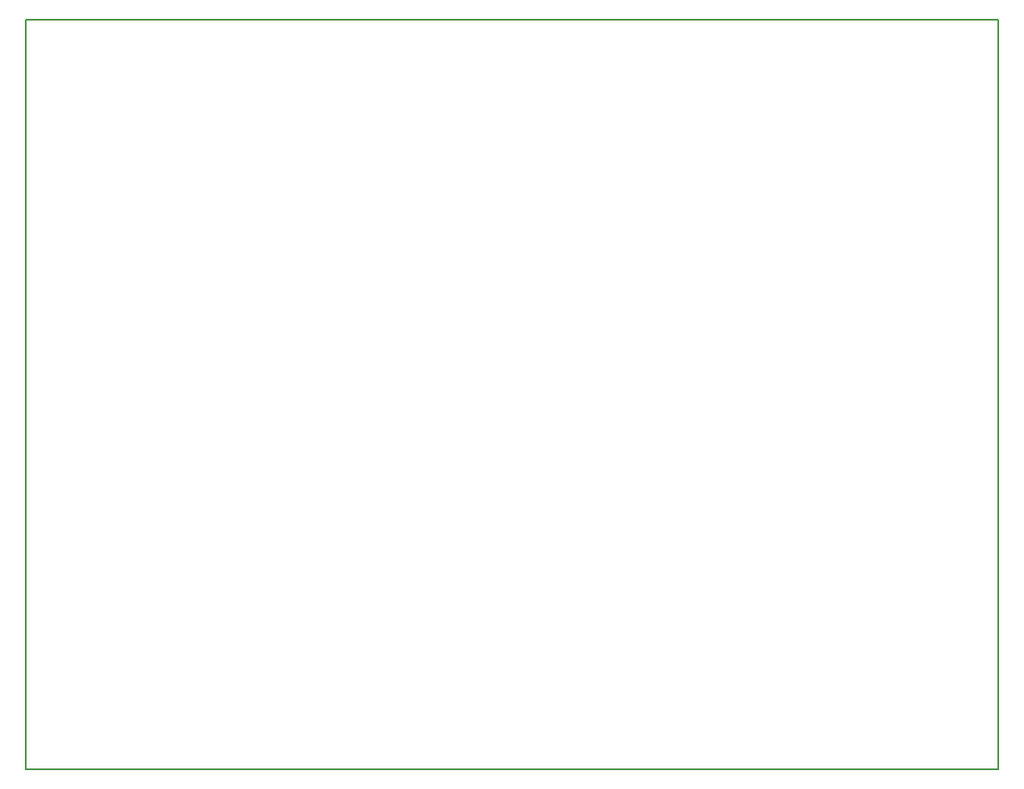
<source format=gbr>
%TF.GenerationSoftware,KiCad,Pcbnew,8.0.2*%
%TF.CreationDate,2025-04-13T16:48:02+02:00*%
%TF.ProjectId,AES-DAC,4145532d-4441-4432-9e6b-696361645f70,rev?*%
%TF.SameCoordinates,Original*%
%TF.FileFunction,Profile,NP*%
%FSLAX46Y46*%
G04 Gerber Fmt 4.6, Leading zero omitted, Abs format (unit mm)*
G04 Created by KiCad (PCBNEW 8.0.2) date 2025-04-13 16:48:02*
%MOMM*%
%LPD*%
G01*
G04 APERTURE LIST*
%TA.AperFunction,Profile*%
%ADD10C,0.200000*%
%TD*%
G04 APERTURE END LIST*
D10*
X20700000Y-20000000D02*
X116700000Y-20000000D01*
X116700000Y-94000000D01*
X20700000Y-94000000D01*
X20700000Y-20000000D01*
M02*

</source>
